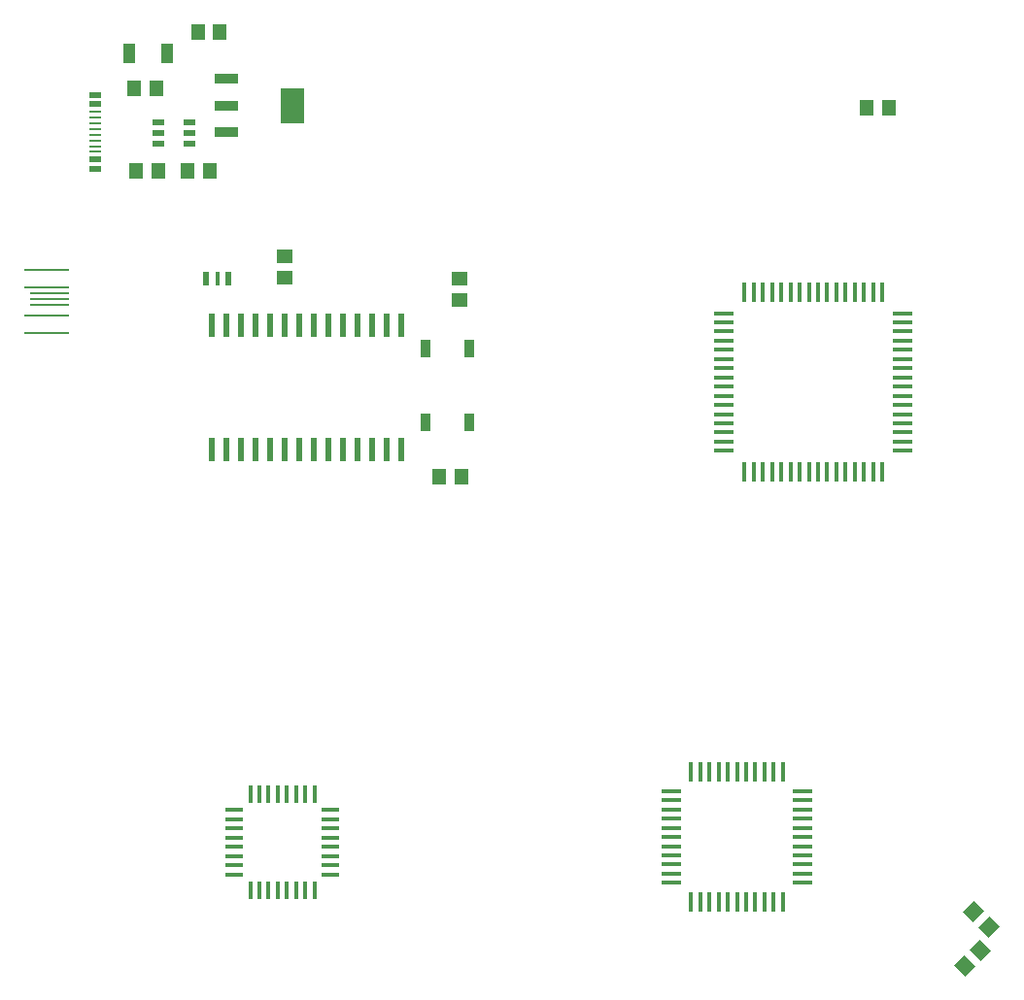
<source format=gbr>
G04 DipTrace 4.2.0.0*
G04 Top Paste.gbr*
%MOMM*%
G04 #@! TF.FileFunction,Paste,Top*
G04 #@! TF.Part,Single*
%AMOUTLINE2*
4,1,4,
-0.07071,0.91924,
0.91924,-0.07071,
0.07071,-0.91924,
-0.91924,0.07071,
-0.07071,0.91924,
0*%
%AMOUTLINE5*
4,1,4,
0.91924,0.07073,
-0.07069,-0.91924,
-0.91924,-0.07073,
0.07069,0.91924,
0.91924,0.07073,
0*%
%ADD67R,0.3X1.2*%
%ADD69R,0.5X1.2*%
%ADD71R,1.0X0.5*%
%ADD73R,2.05X3.15*%
%ADD75R,2.05X0.85*%
%ADD77R,0.5X2.05*%
%ADD79R,0.4X1.7*%
%ADD81R,1.7X0.4*%
%ADD83R,1.6X0.4*%
%ADD85R,0.4X1.6*%
%ADD86R,1.1X1.7*%
%ADD87R,0.9X1.5*%
%ADD93R,1.05X0.5*%
%ADD95R,1.05X0.2*%
%ADD101R,3.9X0.15*%
%ADD103R,3.4X0.15*%
%ADD120R,1.2X1.4*%
%ADD122R,1.4X1.2*%
%ADD128OUTLINE2*%
%ADD131OUTLINE5*%
%FSLAX35Y35*%
G04*
G71*
G90*
G75*
G01*
G04 TopPaste*
%LPD*%
D128*
X9382635Y2762625D3*
X9248285Y2628275D3*
D131*
X9458347Y2966660D3*
X9323993Y3101007D3*
D120*
X4855000Y6890000D3*
X4665000D3*
X2665000Y9560000D3*
X2475000D3*
X2755000Y10770000D3*
X2565000D3*
D122*
X3320000Y8815000D3*
Y8625000D3*
D86*
X2295000Y10580004D3*
X1965000Y10579996D3*
D103*
X1270000Y8395000D3*
Y8445000D3*
Y8495000D3*
D101*
X1245000Y8145000D3*
Y8295000D3*
Y8545000D3*
Y8695000D3*
D95*
X1665000Y10075000D3*
Y10025000D3*
Y9975000D3*
Y9925000D3*
Y9875000D3*
Y9825000D3*
Y9775000D3*
Y9725000D3*
D93*
Y10140000D3*
Y9660000D3*
Y10220000D3*
Y9580000D3*
D120*
X8393017Y10107530D3*
X8583017D3*
D122*
X4840000Y8620000D3*
Y8430000D3*
D120*
X2007247Y10280000D3*
X2197247D3*
X2025000Y9560000D3*
X2215000D3*
D87*
X4550006Y7369997D3*
X4549994Y8009997D3*
X4929994Y8010003D3*
X4930006Y7370003D3*
D85*
X3018000Y3284000D3*
X3098000D3*
X3178000D3*
X3258000D3*
X3338000D3*
X3418000D3*
X3498000D3*
X3578000D3*
D83*
X3718000Y3424000D3*
Y3504000D3*
Y3584000D3*
Y3664000D3*
Y3744000D3*
Y3824000D3*
Y3904000D3*
Y3984000D3*
D85*
X3578000Y4124000D3*
X3498000D3*
X3418000D3*
X3338000D3*
X3258000D3*
X3178000D3*
X3098000D3*
X3018000D3*
D83*
X2878000Y3984000D3*
Y3904000D3*
Y3824000D3*
Y3744000D3*
Y3664000D3*
Y3584000D3*
Y3504000D3*
Y3424000D3*
D81*
X8706000Y7118000D3*
Y7198000D3*
Y7278000D3*
Y7358000D3*
Y7438000D3*
Y7518000D3*
Y7598000D3*
Y7678000D3*
Y7758000D3*
Y7838000D3*
Y7918000D3*
Y7998000D3*
Y8078000D3*
Y8158000D3*
Y8238000D3*
Y8318000D3*
D79*
X8526000Y8498000D3*
X8446000D3*
X8366000D3*
X8286000D3*
X8206000D3*
X8126000D3*
X8046000D3*
X7966000D3*
X7886000D3*
X7806000D3*
X7726000D3*
X7646000D3*
X7566000D3*
X7486000D3*
X7406000D3*
X7326000D3*
D81*
X7146000Y8318000D3*
Y8238000D3*
Y8158000D3*
Y8078000D3*
Y7998000D3*
Y7918000D3*
Y7838000D3*
Y7758000D3*
Y7678000D3*
Y7598000D3*
Y7518000D3*
Y7438000D3*
Y7358000D3*
Y7278000D3*
Y7198000D3*
Y7118000D3*
D79*
X7326000Y6938000D3*
X7406000D3*
X7486000D3*
X7566000D3*
X7646000D3*
X7726000D3*
X7806000D3*
X7886000D3*
X7966000D3*
X8046000D3*
X8126000D3*
X8206000D3*
X8286000D3*
X8366000D3*
X8446000D3*
X8526000D3*
X6860000Y3180000D3*
X6940000D3*
X7020000D3*
X7100000D3*
X7180000D3*
X7260000D3*
X7340000D3*
X7420000D3*
X7500000D3*
X7580000D3*
X7660000D3*
D81*
X7830000Y3350000D3*
Y3430000D3*
Y3510000D3*
Y3590000D3*
Y3670000D3*
Y3750000D3*
Y3830000D3*
Y3910000D3*
Y3990000D3*
Y4070000D3*
Y4150000D3*
D79*
X7660000Y4320000D3*
X7580000D3*
X7500000D3*
X7420000D3*
X7340000D3*
X7260000D3*
X7180000D3*
X7100000D3*
X7020000D3*
X6940000D3*
X6860000D3*
D81*
X6690000Y4150000D3*
Y4070000D3*
Y3990000D3*
Y3910000D3*
Y3830000D3*
Y3750000D3*
Y3670000D3*
Y3590000D3*
Y3510000D3*
Y3430000D3*
Y3350000D3*
D77*
X4335500Y8210000D3*
X4208500D3*
X4081500D3*
X3954500D3*
X3827500D3*
X3700500D3*
X3573500D3*
X3446500D3*
X3319500D3*
X3192500D3*
X3065500D3*
X2938500D3*
X2811500D3*
X2684500D3*
Y7130000D3*
X2811500D3*
X2938500D3*
X3065500D3*
X3192500D3*
X3319500D3*
X3446500D3*
X3573500D3*
X3700500D3*
X3827500D3*
X3954500D3*
X4081500D3*
X4208500D3*
X4335500D3*
D75*
X2810000Y10360000D3*
Y10130000D3*
Y9900000D3*
D73*
X3390000Y10130000D3*
D71*
X2215000Y9985000D3*
Y9890000D3*
Y9795000D3*
X2485000D3*
Y9890000D3*
Y9985000D3*
D69*
X2830000Y8620000D3*
X2630000D3*
D67*
X2730000D3*
M02*

</source>
